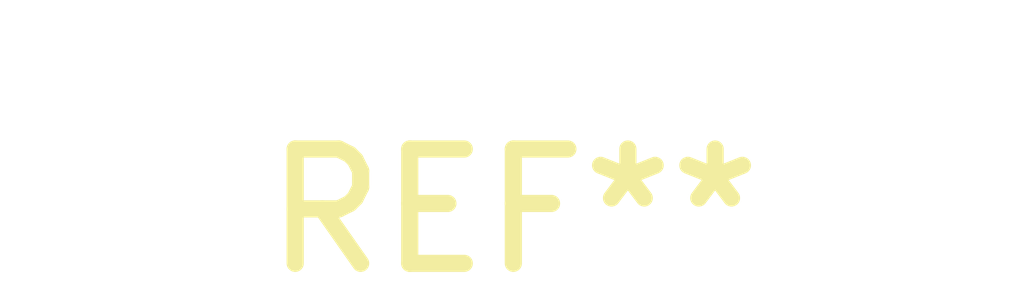
<source format=kicad_pcb>
(kicad_pcb (version 4) (host pcbnew 4.0.6-e0-6349~53~ubuntu14.04.1)

  (general
    (links 0)
    (no_connects 0)
    (area 0 0 0 0)
    (thickness 1.6)
    (drawings 0)
    (tracks 0)
    (zones 0)
    (modules 1)
    (nets 1)
  )

  (page A4)
  (layers
    (0 F.Cu signal)
    (31 B.Cu signal)
    (32 B.Adhes user)
    (33 F.Adhes user)
    (34 B.Paste user)
    (35 F.Paste user)
    (36 B.SilkS user)
    (37 F.SilkS user)
    (38 B.Mask user)
    (39 F.Mask user)
    (40 Dwgs.User user)
    (41 Cmts.User user)
    (42 Eco1.User user)
    (43 Eco2.User user)
    (44 Edge.Cuts user)
    (45 Margin user)
    (46 B.CrtYd user)
    (47 F.CrtYd user)
    (48 B.Fab user)
    (49 F.Fab user)
  )

  (setup
    (last_trace_width 0.25)
    (trace_clearance 0.2)
    (zone_clearance 0.508)
    (zone_45_only no)
    (trace_min 0.2)
    (segment_width 0.2)
    (edge_width 0.15)
    (via_size 0.6)
    (via_drill 0.4)
    (via_min_size 0.4)
    (via_min_drill 0.3)
    (uvia_size 0.3)
    (uvia_drill 0.1)
    (uvias_allowed no)
    (uvia_min_size 0.2)
    (uvia_min_drill 0.1)
    (pcb_text_width 0.3)
    (pcb_text_size 1.5 1.5)
    (mod_edge_width 0.15)
    (mod_text_size 1 1)
    (mod_text_width 0.15)
    (pad_size 1.524 1.524)
    (pad_drill 0.762)
    (pad_to_mask_clearance 0.2)
    (aux_axis_origin 0 0)
    (visible_elements FFFFFF7F)
    (pcbplotparams
      (layerselection 0x00030_80000001)
      (usegerberextensions false)
      (excludeedgelayer true)
      (linewidth 0.100000)
      (plotframeref false)
      (viasonmask false)
      (mode 1)
      (useauxorigin false)
      (hpglpennumber 1)
      (hpglpenspeed 20)
      (hpglpendiameter 15)
      (hpglpenoverlay 2)
      (psnegative false)
      (psa4output false)
      (plotreference true)
      (plotvalue true)
      (plotinvisibletext false)
      (padsonsilk false)
      (subtractmaskfromsilk false)
      (outputformat 1)
      (mirror false)
      (drillshape 1)
      (scaleselection 1)
      (outputdirectory ""))
  )

  (net 0 "")

  (net_class Default "This is the default net class."
    (clearance 0.2)
    (trace_width 0.25)
    (via_dia 0.6)
    (via_drill 0.4)
    (uvia_dia 0.3)
    (uvia_drill 0.1)
  )

  (module wallTi-Foot (layer F.Cu) (tedit 593567AA) (tstamp 59356AA7)
    (at 0 0)
    (fp_text reference REF** (at 2.54 0.5) (layer F.SilkS)
      (effects (font (size 1 1) (thickness 0.15)))
    )
    (fp_text value wallTi-Foot (at 2.54 -0.5) (layer F.Fab)
      (effects (font (size 1 1) (thickness 0.15)))
    )
  )

)

</source>
